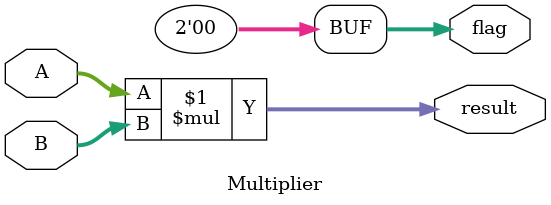
<source format=sv>
`include "cpu_pkg.sv"

module Multiplier #(parameter WIDTH=32)
  (
    input logic [WIDTH-1:0] A,
    input logic [WIDTH-1:0] B,

    output logic [(2*WIDTH)-1:0] result,
    output logic [1:0] flag );



  //// DUlll implementation 
  assign result = A * B ; /// This works when not all width are occupied // result,a,b are same width which is conceptually wrong
  assign flag = 2'b00 ;

  /// Impl-2// Fast / high-Fmax: partial products + Dadda (or Wallace) CSA tree + final CPA, optionally pipelined
  

endmodule 

</source>
